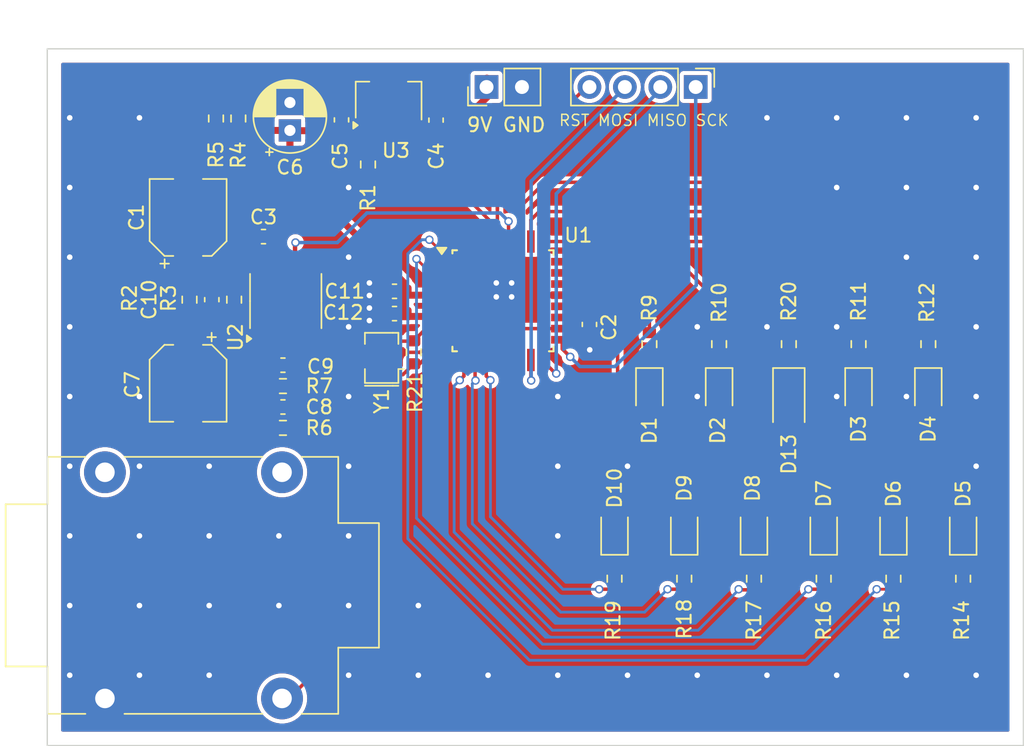
<source format=kicad_pcb>
(kicad_pcb (version 20240108) (generator "pcbnew") (generator_version "8.0")
  (title_block (date "sam. 04 avril 2015"))
  (layers (0 "F.Cu" signal) (31 "B.Cu" signal) (34 "B.Paste" user) (35 "F.Paste" user) (36 "B.SilkS" user "B.Silkscreen") (37 "F.SilkS" user "F.Silkscreen") (38 "B.Mask" user) (39 "F.Mask" user) (44 "Edge.Cuts" user))
  (net 0 "")
  (net 1 "GND")
  (net 2 "Net-(U1-XTAL1{slash}PB6)")
  (net 3 "Net-(U1-XTAL2{slash}PB7)")
  (net 8 "/RST")
  (net 9 "/MOSI")
  (net 10 "Net-(U1-AREF)")
  (net 11 "/SCK")
  (net 12 "/MISO")
  (net 16 "+5V")
  (net 17 "+BATT")
  (net 18 "Net-(C8-Pad1)")
  (net 19 "/ADC_IN")
  (net 20 "+2V5")
  (net 21 "/AUDIO_IN")
  (net 22 "/OPIN+")
  (net 23 "/OPIN-")
  (net 24 "Net-(D1-A)")
  (net 25 "Net-(D2-A)")
  (net 26 "Net-(D3-A)")
  (net 27 "Net-(D4-A)")
  (net 28 "Net-(D5-A)")
  (net 29 "Net-(D6-A)")
  (net 30 "Net-(D7-A)")
  (net 31 "Net-(D8-A)")
  (net 32 "Net-(D9-A)")
  (net 33 "Net-(D10-A)")
  (net 35 "Net-(D13-A)")
  (net 36 "/LED_L2")
  (net 37 "/LED_L1")
  (net 38 "/LED_R1")
  (net 39 "/LED_R2")
  (net 40 "/LED_E")
  (net 41 "/LED_A")
  (net 42 "/LED_D")
  (net 43 "/LED_G")
  (net 44 "/LED_B")
  (net 45 "/LED_Em")
  (net 46 "/LED_Tune")
  (net 48 "Net-(C1-Pad1)")
  (footprint "LED_SMD:LED_0805_2012Metric" (layer "F.Cu") (at 75.678125 49.621875 90)
    (property "Reference" "D6" (at 2.7 0 -90) (layer "F.SilkS"))
    (property "Value" "YELLOW")
    (pad "1" smd roundrect (at -0.9375 0 90) (size 0.975 1.4) (layers "F.Cu" "F.Paste" "F.Mask") (net 29 "Net-(D6-A)"))
    (pad "2" smd roundrect (at 0.9375 0 90) (size 0.975 1.4) (layers "F.Cu" "F.Paste" "F.Mask") (net 1 "GND"))
  )
  (footprint "Resistor_SMD:R_0603_1608Metric" (layer "F.Cu") (at 75.678125 53.021875 90)
    (property "Reference" "R15" (at -3 -0.1 -90) (layer "F.SilkS"))
    (property "Value" "10k_0402")
    (pad "1" smd roundrect (at -0.825 0 90) (size 0.8 0.95) (layers "F.Cu" "F.Paste" "F.Mask") (net 41 "/LED_A"))
    (pad "2" smd roundrect (at 0.825 0 90) (size 0.8 0.95) (layers "F.Cu" "F.Paste" "F.Mask") (net 29 "Net-(D6-A)"))
  )
  (footprint "Resistor_SMD:R_0603_1608Metric" (layer "F.Cu") (at 55.678125 53.021875 90)
    (property "Reference" "R19" (at -3 -0.1 -90) (layer "F.SilkS"))
    (property "Value" "10k_0402")
    (pad "1" smd roundrect (at -0.825 0 90) (size 0.8 0.95) (layers "F.Cu" "F.Paste" "F.Mask") (net 45 "/LED_Em"))
    (pad "2" smd roundrect (at 0.825 0 90) (size 0.8 0.95) (layers "F.Cu" "F.Paste" "F.Mask") (net 33 "Net-(D10-A)"))
  )
  (footprint "LED_SMD:LED_0805_2012Metric" (layer "F.Cu") (at 80.678125 49.621875 90)
    (property "Reference" "D5" (at 2.7 0 -90) (layer "F.SilkS"))
    (property "Value" "YELLOW")
    (pad "1" smd roundrect (at -0.9375 0 90) (size 0.975 1.4) (layers "F.Cu" "F.Paste" "F.Mask") (net 28 "Net-(D5-A)"))
    (pad "2" smd roundrect (at 0.9375 0 90) (size 0.975 1.4) (layers "F.Cu" "F.Paste" "F.Mask") (net 1 "GND"))
  )
  (footprint "Capacitor_SMD:C_0603_1608Metric" (layer "F.Cu") (at 36.1 20.1 90)
    (property "Reference" "C5" (at -2.6 -0.1 -90) (layer "F.SilkS"))
    (property "Value" "100n")
    (pad "1" smd roundrect (at -0.775 0 90) (size 0.9 0.95) (layers "F.Cu" "F.Paste" "F.Mask") (net 16 "+5V"))
    (pad "2" smd roundrect (at 0.775 0 90) (size 0.9 0.95) (layers "F.Cu" "F.Paste" "F.Mask") (net 1 "GND"))
  )
  (footprint "Resistor_SMD:R_0603_1608Metric" (layer "F.Cu") (at 65.678125 53.021875 90)
    (property "Reference" "R17" (at -3 0 -90) (layer "F.SilkS"))
    (property "Value" "10k_0402")
    (pad "1" smd roundrect (at -0.825 0 90) (size 0.8 0.95) (layers "F.Cu" "F.Paste" "F.Mask") (net 43 "/LED_G"))
    (pad "2" smd roundrect (at 0.825 0 90) (size 0.8 0.95) (layers "F.Cu" "F.Paste" "F.Mask") (net 31 "Net-(D8-A)"))
  )
  (footprint "Resistor_SMD:R_0603_1608Metric" (layer "F.Cu") (at 70.678125 53.021875 90)
    (property "Reference" "R16" (at -3 0 -90) (layer "F.SilkS"))
    (property "Value" "10k_0402")
    (pad "1" smd roundrect (at -0.825 0 90) (size 0.8 0.95) (layers "F.Cu" "F.Paste" "F.Mask") (net 42 "/LED_D"))
    (pad "2" smd roundrect (at 0.825 0 90) (size 0.8 0.95) (layers "F.Cu" "F.Paste" "F.Mask") (net 30 "Net-(D7-A)"))
  )
  (footprint "Capacitor_SMD:C_0603_1608Metric" (layer "F.Cu") (at 31.9 40.7)
    (property "Reference" "C8" (at 2.6 0 0) (layer "F.SilkS"))
    (property "Value" "100n")
    (pad "1" smd roundrect (at -0.775 0) (size 0.9 0.95) (layers "F.Cu" "F.Paste" "F.Mask") (net 18 "Net-(C8-Pad1)"))
    (pad "2" smd roundrect (at 0.775 0) (size 0.9 0.95) (layers "F.Cu" "F.Paste" "F.Mask") (net 22 "/OPIN+"))
  )
  (footprint "Resistor_SMD:R_0603_1608Metric" (layer "F.Cu") (at 31.9 42.2 180)
    (property "Reference" "R6" (at -2.6 0 180) (layer "F.SilkS"))
    (property "Value" "10k_0402")
    (pad "1" smd roundrect (at -0.825 0 180) (size 0.8 0.95) (layers "F.Cu" "F.Paste" "F.Mask") (net 21 "/AUDIO_IN"))
    (pad "2" smd roundrect (at 0.825 0 180) (size 0.8 0.95) (layers "F.Cu" "F.Paste" "F.Mask") (net 18 "Net-(C8-Pad1)"))
  )
  (footprint "LED_SMD:LED_1206_3216Metric" (layer "F.Cu") (at 68.178125 40.190625 -90)
    (property "Reference" "D13" (at 3.9 0 90) (layer "F.SilkS"))
    (property "Value" "GREEN")
    (pad "1" smd roundrect (at -1.4 0 270) (size 1.25 1.75) (layers "F.Cu" "F.Paste" "F.Mask") (roundrect_rratio 0.2) (net 35 "Net-(D13-A)"))
    (pad "2" smd roundrect (at 1.4 0 270) (size 1.25 1.75) (layers "F.Cu" "F.Paste" "F.Mask") (roundrect_rratio 0.2) (net 1 "GND"))
  )
  (footprint "LED_SMD:LED_0805_2012Metric" (layer "F.Cu") (at 58.178125 39.590625 -90)
    (property "Reference" "D1" (at 2.8 0 90) (layer "F.SilkS"))
    (property "Value" "RED")
    (pad "1" smd roundrect (at -0.9375 0 270) (size 0.975 1.4) (layers "F.Cu" "F.Paste" "F.Mask") (net 24 "Net-(D1-A)"))
    (pad "2" smd roundrect (at 0.9375 0 270) (size 0.975 1.4) (layers "F.Cu" "F.Paste" "F.Mask") (net 1 "GND"))
  )
  (footprint "Package_TO_SOT_SMD:SOT-89-3" (layer "F.Cu") (at 39.478125 18.715625 90)
    (property "Reference" "U3" (at -3.584375 0.521875 0) (layer "F.SilkS"))
    (property "Value" "L78L05_SOT89")
    (pad "1" smd roundrect (at -1.95 -1.5 90) (size 1.3 0.9) (layers "F.Cu" "F.Paste" "F.Mask") (net 16 "+5V"))
    (pad "2" smd custom (at -1.8625 0 90) (size 1.475 0.9) (layers "F.Cu" "F.Paste" "F.Mask") (net 1 "GND") (options (clearance outline) (anchor rect)) (primitives (gr_poly (pts (xy 3.8625 0.8665) (xy 0.7375 0.8665) (xy 0.7375 -0.8665) (xy 3.8625 -0.8665)) (width 0) (fill yes))))
    (pad "3" smd roundrect (at -1.95 1.5 90) (size 1.3 0.9) (layers "F.Cu" "F.Paste" "F.Mask") (net 17 "+BATT"))
  )
  (footprint "Package_SO:SOP-8_3.9x4.9mm_P1.27mm" (layer "F.Cu") (at 32.1 33.1 90)
    (property "Reference" "U2" (at -2.6 -3.6 -90) (layer "F.SilkS"))
    (property "Value" "TL081")
    (pad "1" smd roundrect (at -2.625 -1.905 90) (size 1.65 0.6) (layers "F.Cu" "F.Paste" "F.Mask"))
    (pad "2" smd roundrect (at -2.625 -0.635 90) (size 1.65 0.6) (layers "F.Cu" "F.Paste" "F.Mask") (net 23 "/OPIN-"))
    (pad "3" smd roundrect (at -2.625 0.635 90) (size 1.65 0.6) (layers "F.Cu" "F.Paste" "F.Mask") (net 22 "/OPIN+"))
    (pad "4" smd roundrect (at -2.625 1.905 90) (size 1.65 0.6) (layers "F.Cu" "F.Paste" "F.Mask") (net 1 "GND"))
    (pad "5" smd roundrect (at 2.625 1.905 90) (size 1.65 0.6) (layers "F.Cu" "F.Paste" "F.Mask"))
    (pad "6" smd roundrect (at 2.625 0.635 90) (size 1.65 0.6) (layers "F.Cu" "F.Paste" "F.Mask") (net 19 "/ADC_IN"))
    (pad "7" smd roundrect (at 2.625 -0.635 90) (size 1.65 0.6) (layers "F.Cu" "F.Paste" "F.Mask") (net 16 "+5V"))
    (pad "8" smd roundrect (at 2.625 -1.905 90) (size 1.65 0.6) (layers "F.Cu" "F.Paste" "F.Mask"))
  )
  (footprint "LED_SMD:LED_0805_2012Metric" (layer "F.Cu") (at 63.178125 39.590625 -90)
    (property "Reference" "D2" (at 2.8 0.1 90) (layer "F.SilkS"))
    (property "Value" "RED")
    (pad "1" smd roundrect (at -0.9375 0 270) (size 0.975 1.4) (layers "F.Cu" "F.Paste" "F.Mask") (net 25 "Net-(D2-A)"))
    (pad "2" smd roundrect (at 0.9375 0 270) (size 0.975 1.4) (layers "F.Cu" "F.Paste" "F.Mask") (net 1 "GND"))
  )
  (footprint "Capacitor_THT:CP_Radial_D5.0mm_P2.00mm" (layer "F.Cu") (at 32.4 20.855113 90)
    (property "Reference" "C6" (at -2.644887 0 180) (layer "F.SilkS"))
    (property "Value" "100u")
    (pad "1" thru_hole rect (at 0 0 90) (size 1.6 1.6) (drill 0.8) (layers "*.Cu" "*.Mask") (net 16 "+5V"))
    (pad "2" thru_hole circle (at 2 0 90) (size 1.6 1.6) (drill 0.8) (layers "*.Cu" "*.Mask") (net 1 "GND"))
  )
  (footprint "Capacitor_SMD:C_0603_1608Metric" (layer "F.Cu") (at 53.878125 34.778125 90)
    (property "Reference" "C2" (at -0.2 1.4 -90) (layer "F.SilkS"))
    (property "Value" "100n")
    (pad "1" smd roundrect (at -0.775 0 90) (size 0.9 0.95) (layers "F.Cu" "F.Paste" "F.Mask") (net 1 "GND"))
    (pad "2" smd roundrect (at 0.775 0 90) (size 0.9 0.95) (layers "F.Cu" "F.Paste" "F.Mask") (net 10 "Net-(U1-AREF)"))
  )
  (footprint "Resistor_SMD:R_0603_1608Metric" (layer "F.Cu") (at 78.178125 36.190625 -90)
    (property "Reference" "R12" (at -2.975 0.1 90) (layer "F.SilkS"))
    (property "Value" "10k_0402")
    (pad "1" smd roundrect (at -0.825 0 270) (size 0.8 0.95) (layers "F.Cu" "F.Paste" "F.Mask") (net 39 "/LED_R2"))
    (pad "2" smd roundrect (at 0.825 0 270) (size 0.8 0.95) (layers "F.Cu" "F.Paste" "F.Mask") (net 27 "Net-(D4-A)"))
  )
  (footprint "Resistor_SMD:R_0603_1608Metric" (layer "F.Cu") (at 73.178125 36.190625 -90)
    (property "Reference" "R11" (at -3.075 0 90) (layer "F.SilkS"))
    (property "Value" "10k_0402")
    (pad "1" smd roundrect (at -0.825 0 270) (size 0.8 0.95) (layers "F.Cu" "F.Paste" "F.Mask") (net 38 "/LED_R1"))
    (pad "2" smd roundrect (at 0.825 0 270) (size 0.8 0.95) (layers "F.Cu" "F.Paste" "F.Mask") (net 26 "Net-(D3-A)"))
  )
  (footprint "Connector_PinHeader_2.54mm:PinHeader_1x04_P2.54mm_Vertical" (layer "F.Cu") (at 61.5 17.74 -90)
    (property "Reference" "J1" (hide yes))
    (property "Value" "PINHD_1x4_Male")
    (pad "1" thru_hole rect (at 0 0 270) (size 1.7 1.7) (drill 1) (layers "*.Cu" "*.Mask") (net 11 "/SCK"))
    (pad "2" thru_hole oval (at 0 2.54 270) (size 1.7 1.7) (drill 1) (layers "*.Cu" "*.Mask") (net 12 "/MISO"))
    (pad "3" thru_hole oval (at 0 5.08 270) (size 1.7 1.7) (drill 1) (layers "*.Cu" "*.Mask") (net 9 "/MOSI"))
    (pad "4" thru_hole oval (at 0 7.62 270) (size 1.7 1.7) (drill 1) (layers "*.Cu" "*.Mask") (net 8 "/RST"))
  )
  (footprint "Capacitor_SMD:C_0603_1608Metric" (layer "F.Cu") (at 39.9 32.4 180)
    (property "Reference" "C11" (at 3.578125 0 180) (layer "F.SilkS"))
    (property "Value" "100n")
    (pad "1" smd roundrect (at -0.775 0 180) (size 0.9 0.95) (layers "F.Cu" "F.Paste" "F.Mask") (net 16 "+5V"))
    (pad "2" smd roundrect (at 0.775 0 180) (size 0.9 0.95) (layers "F.Cu" "F.Paste" "F.Mask") (net 1 "GND"))
  )
  (footprint "Capacitor_SMD:C_0603_1608Metric" (layer "F.Cu") (at 31.9 37.7 180)
    (property "Reference" "C9" (at -2.7 -0.1 180) (layer "F.SilkS"))
    (property "Value" "270p")
    (pad "1" smd roundrect (at -0.775 0 180) (size 0.9 0.95) (layers "F.Cu" "F.Paste" "F.Mask") (net 22 "/OPIN+"))
    (pad "2" smd roundrect (at 0.775 0 180) (size 0.9 0.95) (layers "F.Cu" "F.Paste" "F.Mask") (net 1 "GND"))
  )
  (footprint "Capacitor_SMD:CP_Elec_5x5.3" (layer "F.Cu") (at 25.1 27.1 90)
    (property "Reference" "C1" (at 0 -3.7 90) (layer "F.SilkS"))
    (property "Value" "10u")
    (pad "1" smd roundrect (at -2.2 0 90) (size 3 1.6) (layers "F.Cu" "F.Paste" "F.Mask") (roundrect_rratio 0.15625) (net 48 "Net-(C1-Pad1)"))
    (pad "2" smd roundrect (at 2.2 0 90) (size 3 1.6) (layers "F.Cu" "F.Paste" "F.Mask") (roundrect_rratio 0.15625) (net 1 "GND"))
  )
  (footprint "LED_SMD:LED_0805_2012Metric" (layer "F.Cu") (at 78.178125 39.590625 -90)
    (property "Reference" "D4" (at 2.7 0 90) (layer "F.SilkS"))
    (property "Value" "RED")
    (pad "1" smd roundrect (at -0.9375 0 270) (size 0.975 1.4) (layers "F.Cu" "F.Paste" "F.Mask") (net 27 "Net-(D4-A)"))
    (pad "2" smd roundrect (at 0.9375 0 270) (size 0.975 1.4) (layers "F.Cu" "F.Paste" "F.Mask") (net 1 "GND"))
  )
  (footprint "Resistor_SMD:R_0603_1608Metric" (layer "F.Cu") (at 68.178125 36.190625 -90)
    (property "Reference" "R20" (at -3.075 0 90) (layer "F.SilkS"))
    (property "Value" "10k_0402")
    (pad "1" smd roundrect (at -0.825 0 270) (size 0.8 0.95) (layers "F.Cu" "F.Paste" "F.Mask") (net 46 "/LED_Tune"))
    (pad "2" smd roundrect (at 0.825 0 270) (size 0.8 0.95) (layers "F.Cu" "F.Paste" "F.Mask") (net 35 "Net-(D13-A)"))
  )
  (footprint "Capacitor_SMD:C_0603_1608Metric" (layer "F.Cu") (at 30.505 28.475 180)
    (property "Reference" "C3" (at 0 1.4 180) (layer "F.SilkS"))
    (property "Value" "100n")
    (pad "1" smd roundrect (at -0.775 0 180) (size 0.9 0.95) (layers "F.Cu" "F.Paste" "F.Mask") (net 16 "+5V"))
    (pad "2" smd roundrect (at 0.775 0 180) (size 0.9 0.95) (layers "F.Cu" "F.Paste" "F.Mask") (net 1 "GND"))
  )
  (footprint "Capacitor_SMD:CP_Elec_5x5.3" (layer "F.Cu") (at 25.1 39 -90)
    (property "Reference" "C7" (at 0.1 4 90) (layer "F.SilkS"))
    (property "Value" "47u")
    (pad "1" smd roundrect (at -2.2 0 270) (size 3 1.6) (layers "F.Cu" "F.Paste" "F.Mask") (roundrect_rratio 0.15625) (net 20 "+2V5"))
    (pad "2" smd roundrect (at 2.2 0 270) (size 3 1.6) (layers "F.Cu" "F.Paste" "F.Mask") (roundrect_rratio 0.15625) (net 1 "GND"))
  )
  (footprint "Resistor_SMD:R_0603_1608Metric" (layer "F.Cu") (at 28.4 33 90)
    (property "Reference" "R3" (at 0.1 -4.7 -90) (layer "F.SilkS"))
    (property "Value" "10k_0402")
    (pad "1" smd roundrect (at -0.825 0 90) (size 0.8 0.95) (layers "F.Cu" "F.Paste" "F.Mask") (net 23 "/OPIN-"))
    (pad "2" smd roundrect (at 0.825 0 90) (size 0.8 0.95) (layers "F.Cu" "F.Paste" "F.Mask") (net 19 "/ADC_IN"))
  )
  (footprint "LED_SMD:LED_0805_2012Metric" (layer "F.Cu") (at 55.678125 49.621875 90)
    (property "Reference" "D10" (at 3.1 0 -90) (layer "F.SilkS"))
    (property "Value" "YELLOW")
    (pad "1" smd roundrect (at -0.9375 0 90) (size 0.975 1.4) (layers "F.Cu" "F.Paste" "F.Mask") (net 33 "Net-(D10-A)"))
    (pad "2" smd roundrect (at 0.9375 0 90) (size 0.975 1.4) (layers "F.Cu" "F.Paste" "F.Mask") (net 1 "GND"))
  )
  (footprint "Resistor_SMD:R_0603_1608Metric" (layer "F.Cu") (at 38 23.3 -90)
    (property "Reference" "R1" (at 2.4 0 90) (layer "F.SilkS"))
    (property "Value" "10k_0402")
    (pad "1" smd roundrect (at -0.825 0 270) (size 0.8 0.95) (layers "F.Cu" "F.Paste" "F.Mask") (net 16 "+5V"))
    (pad "2" smd roundrect (at 0.825 0 270) (size 0.8 0.95) (layers "F.Cu" "F.Paste" "F.Mask") (net 8 "/RST"))
  )
  (footprint "LED_SMD:LED_0805_2012Metric" (layer "F.Cu") (at 70.678125 49.621875 90)
    (property "Reference" "D7" (at 2.7 0 -90) (layer "F.SilkS"))
    (property "Value" "YELLOW")
    (pad "1" smd roundrect (at -0.9375 0 90) (size 0.975 1.4) (layers "F.Cu" "F.Paste" "F.Mask") (net 30 "Net-(D7-A)"))
    (pad "2" smd roundrect (at 0.9375 0 90) (size 0.975 1.4) (layers "F.Cu" "F.Paste" "F.Mask") (net 1 "GND"))
  )
  (footprint "LED_SMD:LED_0805_2012Metric" (layer "F.Cu") (at 60.678125 49.621875 90)
    (property "Reference" "D9" (at 3.1 0 -90) (layer "F.SilkS"))
    (property "Value" "YELLOW")
    (pad "1" smd roundrect (at -0.9375 0 90) (size 0.975 1.4) (layers "F.Cu" "F.Paste" "F.Mask") (net 32 "Net-(D9-A)"))
    (pad "2" smd roundrect (at 0.9375 0 90) (size 0.975 1.4) (layers "F.Cu" "F.Paste" "F.Mask") (net 1 "GND"))
  )
  (footprint "LED_SMD:LED_0805_2012Metric" (layer "F.Cu") (at 73.178125 39.590625 -90)
    (property "Reference" "D3" (at 2.7 0 90) (layer "F.SilkS"))
    (property "Value" "RED")
    (pad "1" smd roundrect (at -0.9375 0 270) (size 0.975 1.4) (layers "F.Cu" "F.Paste" "F.Mask") (net 26 "Net-(D3-A)"))
    (pad "2" smd roundrect (at 0.9375 0 270) (size 0.975 1.4) (layers "F.Cu" "F.Paste" "F.Mask") (net 1 "GND"))
  )
  (footprint "Resistor_SMD:R_0603_1608Metric" (layer "F.Cu") (at 31.9 39.2 180)
    (property "Reference" "R7" (at -2.6 0 180) (layer "F.SilkS"))
    (property "Value" "10k_0402")
    (pad "1" smd roundrect (at -0.825 0 180) (size 0.8 0.95) (layers "F.Cu" "F.Paste" "F.Mask") (net 22 "/OPIN+"))
    (pad "2" smd roundrect (at 0.825 0 180) (size 0.8 0.95) (layers "F.Cu" "F.Paste" "F.Mask") (net 20 "+2V5"))
  )
  (footprint "Resistor_SMD:R_0603_1608Metric" (layer "F.Cu") (at 58.178125 36.190625 -90)
    (property "Reference" "R9" (at -2.6 0 90) (layer "F.SilkS"))
    (property "Value" "10k_0402")
    (pad "1" smd roundrect (at -0.825 0 270) (size 0.8 0.95) (layers "F.Cu" "F.Paste" "F.Mask") (net 36 "/LED_L2"))
    (pad "2" smd roundrect (at 0.825 0 270) (size 0.8 0.95) (layers "F.Cu" "F.Paste" "F.Mask") (net 24 "Net-(D1-A)"))
  )
  (footprint "Capacitor_SMD:C_0603_1608Metric" (layer "F.Cu") (at 39.9 34 180)
    (property "Reference" "C12" (at 3.678125 0.078125 180) (layer "F.SilkS"))
    (property "Value" "100n")
    (pad "1" smd roundrect (at -0.775 0 180) (size 0.9 0.95) (layers "F.Cu" "F.Paste" "F.Mask") (net 16 "+5V"))
    (pad "2" smd roundrect (at 0.775 0 180) (size 0.9 0.95) (layers "F.Cu" "F.Paste" "F.Mask") (net 1 "GND"))
  )
  (footprint "Capacitor_SMD:C_0603_1608Metric" (layer "F.Cu") (at 42.878125 20.115625 90)
    (property "Reference" "C4" (at -2.584375 0.021875 -90) (layer "F.SilkS"))
    (property "Value" "330n")
    (pad "1" smd roundrect (at -0.775 0 90) (size 0.9 0.95) (layers "F.Cu" "F.Paste" "F.Mask") (net 17 "+BATT"))
    (pad "2" smd roundrect (at 0.775 0 90) (size 0.9 0.95) (layers "F.Cu" "F.Paste" "F.Mask") (net 1 "GND"))
  )
  (footprint "Resistor_SMD:R_0603_1608Metric" (layer "F.Cu") (at 28.7 20 90)
    (property "Reference" "R4" (at -2.625 0 -90) (layer "F.SilkS"))
    (property "Value" "10k_0402")
    (pad "1" smd roundrect (at -0.825 0 90) (size 0.8 0.95) (layers "F.Cu" "F.Paste" "F.Mask") (net 16 "+5V"))
    (pad "2" smd roundrect (at 0.825 0 90) (size 0.8 0.95) (layers "F.Cu" "F.Paste" "F.Mask") (net 20 "+2V5"))
  )
  (footprint "Resistor_SMD:R_0603_1608Metric" (layer "F.Cu") (at 27.1 20 90)
    (property "Reference" "R5" (at -2.6 0 -90) (layer "F.SilkS"))
    (property "Value" "10k_0402")
    (pad "1" smd roundrect (at -0.825 0 90) (size 0.8 0.95) (layers "F.Cu" "F.Paste" "F.Mask") (net 1 "GND"))
    (pad "2" smd roundrect (at 0.825 0 90) (size 0.8 0.95) (layers "F.Cu" "F.Paste" "F.Mask") (net 20 "+2V5"))
  )
  (footprint "Resistor_SMD:R_0603_1608Metric" (layer "F.Cu") (at 63.178125 36.190625 -90)
    (property "Reference" "R10" (at -2.975 0 90) (layer "F.SilkS"))
    (property "Value" "10k_0402")
    (pad "1" smd roundrect (at -0.825 0 270) (size 0.8 0.95) (layers "F.Cu" "F.Paste" "F.Mask") (net 37 "/LED_L1"))
    (pad "2" smd roundrect (at 0.825 0 270) (size 0.8 0.95) (layers "F.Cu" "F.Paste" "F.Mask") (net 25 "Net-(D2-A)"))
  )
  (footprint "Capacitor_SMD:C_0603_1608Metric" (layer "F.Cu") (at 26.8 33 90)
    (property "Reference" "C10" (at 0 -4.5 -90) (layer "F.SilkS"))
    (property "Value" "270p")
    (pad "1" smd roundrect (at -0.775 0 90) (size 0.9 0.95) (layers "F.Cu" "F.Paste" "F.Mask") (net 23 "/OPIN-"))
    (pad "2" smd roundrect (at 0.775 0 90) (size 0.9 0.95) (layers "F.Cu" "F.Paste" "F.Mask") (net 19 "/ADC_IN"))
  )
  (footprint "Resistor_SMD:R_0603_1608Metric" (layer "F.Cu") (at 60.678125 53.021875 90)
    (property "Reference" "R18" (at -2.9 0 -90) (layer "F.SilkS"))
    (property "Value" "10k_0402")
    (pad "1" smd roundrect (at -0.825 0 90) (size 0.8 0.95) (layers "F.Cu" "F.Paste" "F.Mask") (net 44 "/LED_B"))
    (pad "2" smd roundrect (at 0.825 0 90) (size 0.8 0.95) (layers "F.Cu" "F.Paste" "F.Mask") (net 32 "Net-(D9-A)"))
  )
  (footprint "Connector_Audio:Jack_6.35mm_Neutrik_NMJ4HCD2_Horizontal" (layer "F.Cu") (at 31.835 61.615 180)
    (property "Reference" "J2" (hide yes))
    (property "Value" "AudioJack2")
    (pad "S" thru_hole circle (at 12.7 0 180) (size 3 3) (drill 1.4) (layers "*.Cu" "*.Mask") (net 1 "GND"))
    (pad "SN" thru_hole circle (at 12.7 16.23 180) (size 3 3) (drill 1.4) (layers "*.Cu" "*.Mask"))
    (pad "T" thru_hole circle (at 0 0 180) (size 3 3) (drill 1.4) (layers "*.Cu" "*.Mask") (net 21 "/AUDIO_IN"))
    (pad "TN" thru_hole circle (at 0 16.23 180) (size 3 3) (drill 1.4) (layers "*.Cu" "*.Mask"))
  )
  (footprint "LED_SMD:LED_0805_2012Metric" (layer "F.Cu") (at 65.678125 49.621875 90)
    (property "Reference" "D8" (at 3.1 -0.1 -90) (layer "F.SilkS"))
    (property "Value" "YELLOW")
    (pad "1" smd roundrect (at -0.9375 0 90) (size 0.975 1.4) (layers "F.Cu" "F.Paste" "F.Mask") (net 31 "Net-(D8-A)"))
    (pad "2" smd roundrect (at 0.9375 0 90) (size 0.975 1.4) (layers "F.Cu" "F.Paste" "F.Mask") (net 1 "GND"))
  )
  (footprint "Resistor_SMD:R_0603_1608Metric" (layer "F.Cu") (at 25.2 33 90)
    (property "Reference" "R2" (at 0.1 -4.3 -90) (layer "F.SilkS"))
    (property "Value" "10k_0402")
    (pad "1" smd roundrect (at -0.825 0 90) (size 0.8 0.95) (layers "F.Cu" "F.Paste" "F.Mask") (net 23 "/OPIN-"))
    (pad "2" smd roundrect (at 0.825 0 90) (size 0.8 0.95) (layers "F.Cu" "F.Paste" "F.Mask") (net 48 "Net-(C1-Pad1)"))
  )
  (footprint "Package_QFP:TQFP-32_7x7mm_P0.8mm" (layer "F.Cu") (at 47.678125 33.078125)
    (property "Reference" "U1" (at 5.4 -4.7 0) (layer "F.SilkS"))
    (property "Value" "ATmega328-A")
    (pad "1" smd rect (at -4.25 -2.8) (size 1.6 0.55) (layers "F.Cu" "F.Paste" "F.Mask") (net 41 "/LED_A"))
    (pad "2" smd rect (at -4.25 -2) (size 1.6 0.55) (layers "F.Cu" "F.Paste" "F.Mask") (net 42 "/LED_D"))
    (pad "3" smd rect (at -4.25 -1.2) (size 1.6 0.55) (layers "F.Cu" "F.Paste" "F.Mask") (net 1 "GND"))
    (pad "4" smd rect (at -4.25 -0.4) (size 1.6 0.55) (layers "F.Cu" "F.Paste" "F.Mask") (net 16 "+5V"))
    (pad "5" smd rect (at -4.25 0.4) (size 1.6 0.55) (layers "F.Cu" "F.Paste" "F.Mask") (net 1 "GND"))
    (pad "6" smd rect (at -4.25 1.2) (size 1.6 0.55) (layers "F.Cu" "F.Paste" "F.Mask") (net 16 "+5V"))
    (pad "7" smd rect (at -4.25 2) (size 1.6 0.55) (layers "F.Cu" "F.Paste" "F.Mask") (net 2 "Net-(U1-XTAL1{slash}PB6)"))
    (pad "8" smd rect (at -4.25 2.8) (size 1.6 0.55) (layers "F.Cu" "F.Paste" "F.Mask") (net 3 "Net-(U1-XTAL2{slash}PB7)"))
    (pad "9" smd rect (at -2.8 4.25 90) (size 1.6 0.55) (layers "F.Cu" "F.Paste" "F.Mask") (net 43 "/LED_G"))
    (pad "10" smd rect (at -2 4.25 90) (size 1.6 0.55) (layers "F.Cu" "F.Paste" "F.Mask") (net 44 "/LED_B"))
    (pad "11" smd rect (at -1.2 4.25 90) (size 1.6 0.55) (layers "F.Cu" "F.Paste" "F.Mask") (net 45 "/LED_Em"))
    (pad "12" smd rect (at -0.4 4.25 90) (size 1.6 0.55) (layers "F.Cu" "F.Paste" "F.Mask"))
    (pad "13" smd rect (at 0.4 4.25 90) (size 1.6 0.55) (layers "F.Cu" "F.Paste" "F.Mask"))
    (pad "14" smd rect (at 1.2 4.25 90) (size 1.6 0.55) (layers "F.Cu" "F.Paste" "F.Mask"))
    (pad "15" smd rect (at 2 4.25 90) (size 1.6 0.55) (layers "F.Cu" "F.Paste" "F.Mask") (net 9 "/MOSI"))
    (pad "16" smd rect (at 2.8 4.25 90) (size 1.6 0.55) (layers "F.Cu" "F.Paste" "F.Mask") (net 12 "/MISO"))
    (pad "17" smd rect (at 4.25 2.8) (size 1.6 0.55) (layers "F.Cu" "F.Paste" "F.Mask") (net 11 "/SCK"))
    (pad "18" smd rect (at 4.25 2) (size 1.6 0.55) (layers "F.Cu" "F.Paste" "F.Mask") (net 16 "+5V"))
    (pad "19" smd rect (at 4.25 1.2) (size 1.6 0.55) (layers "F.Cu" "F.Paste" "F.Mask"))
    (pad "20" smd rect (at 4.25 0.4) (size 1.6 0.55) (layers "F.Cu" "F.Paste" "F.Mask") (net 10 "Net-(U1-AREF)"))
    (pad "21" smd rect (at 4.25 -0.4) (size 1.6 0.55) (layers "F.Cu" "F.Paste" "F.Mask") (net 1 "GND"))
    (pad "22" smd rect (at 4.25 -1.2) (size 1.6 0.55) (layers "F.Cu" "F.Paste" "F.Mask") (net 40 "/LED_E"))
    (pad "23" smd rect (at 4.25 -2) (size 1.6 0.55) (layers "F.Cu" "F.Paste" "F.Mask") (net 36 "/LED_L2"))
    (pad "24" smd rect (at 4.25 -2.8) (size 1.6 0.55) (layers "F.Cu" "F.Paste" "F.Mask") (net 37 "/LED_L1"))
    (pad "25" smd rect (at 2.8 -4.25 90) (size 1.6 0.55) (layers "F.Cu" "F.Paste" "F.Mask") (net 46 "/LED_Tune"))
    (pad "26" smd rect (at 2 -4.25 90) (size 1.6 0.55) (layers "F.Cu" "F.Paste" "F.Mask") (net 38 "/LED_R1"))
    (pad "27" smd rect (at 1.2 -4.25 90) (size 1.6 0.55) (layers "F.Cu" "F.Paste" "F.Mask") (net 39 "/LED_R2"))
    (pad "28" smd rect (at 0.4 -4.25 90) (size 1.6 0.55) (layers "F.Cu" "F.Paste" "F.Mask") (net 19 "/ADC_IN"))
    (pad "29" smd rect (at -0.4 -4.25 90) (size 1.6 0.55) (layers "F.Cu" "F.Paste" "F.Mask") (net 8 "/RST"))
    (pad "30" smd rect (at -1.2 -4.25 90) (size 1.6 0.55) (layers "F.Cu" "F.Paste" "F.Mask"))
    (pad "31" smd rect (at -2 -4.25 90) (size 1.6 0.55) (layers "F.Cu" "F.Paste" "F.Mask"))
    (pad "32" smd rect (at -2.8 -4.25 90) (size 1.6 0.55) (layers "F.Cu" "F.Paste" "F.Mask"))
  )
  (footprint "Resistor_SMD:R_0603_1608Metric" (layer "F.Cu") (at 41.278125 36.778125 -90)
    (property "Reference" "R21" (at 2.9 -0.1 90) (layer "F.SilkS"))
    (property "Value" "10k_0402")
    (pad "1" smd roundrect (at -0.825 0 270) (size 0.8 0.95) (layers "F.Cu" "F.Paste" "F.Mask") (net 2 "Net-(U1-XTAL1{slash}PB6)"))
    (pad "2" smd roundrect (at 0.825 0 270) (size 0.8 0.95) (layers "F.Cu" "F.Paste" "F.Mask") (net 3 "Net-(U1-XTAL2{slash}PB7)"))
  )
  (footprint "Connector_PinHeader_2.54mm:PinHeader_1x02_P2.54mm_Vertical" (layer "F.Cu") (at 46.5 17.74 90)
    (property "Reference" "J3" (hide yes))
    (property "Value" "PINHD_1x2_Male")
    (pad "1" thru_hole rect (at 0 0 90) (size 1.7 1.7) (drill 1) (layers "*.Cu" "*.Mask") (net 17 "+BATT"))
    (pad "2" thru_hole oval (at 0 2.54 90) (size 1.7 1.7) (drill 1) (layers "*.Cu" "*.Mask") (net 1 "GND"))
  )
  (footprint "Resistor_SMD:R_0603_1608Metric" (layer "F.Cu") (at 80.678125 53.021875 90)
    (property "Reference" "R14" (at -3 -0.1 -90) (layer "F.SilkS"))
    (property "Value" "10k_0402")
    (pad "1" smd roundrect (at -0.825 0 90) (size 0.8 0.95) (layers "F.Cu" "F.Paste" "F.Mask") (net 40 "/LED_E"))
    (pad "2" smd roundrect (at 0.825 0 90) (size 0.8 0.95) (layers "F.Cu" "F.Paste" "F.Mask") (net 28 "Net-(D5-A)"))
  )
  (footprint "Crystal:Resonator_SMD_Murata_CSTxExxV-3Pin_3.0x1.1mm" (layer "F.Cu") (at 38.978125 37.178125 90)
    (property "Reference" "Y1" (at -3.1 0 -90) (layer "F.SilkS"))
    (property "Value" "Resonator")
    (pad "1" smd rect (at -1.2 0 90) (size 0.4 1.9) (layers "F.Cu" "F.Paste" "F.Mask") (net 3 "Net-(U1-XTAL2{slash}PB7)"))
    (pad "2" smd rect (at 0 0 90) (size 0.4 1.9) (layers "F.Cu" "F.Paste" "F.Mask") (net 1 "GND"))
    (pad "3" smd rect (at 1.2 0 90) (size 0.4 1.9) (layers "F.Cu" "F.Paste" "F.Mask") (net 2 "Net-(U1-XTAL1{slash}PB6)"))
  )
  (gr_rect (start 15 15) (end 85 65) (stroke (width 0.1)) (fill none) (layer "Edge.Cuts"))
  (gr_text "RST MOSI MISO SCK" (at 51.64 20.6 0) (layer "F.SilkS") (effects (font (size 0.8 0.8) (thickness 0.1)) (justify left bottom)))
  (gr_text "9V GND" (at 45 21.04 0) (layer "F.SilkS") (effects (font (size 1 1)) (justify left bottom)))
  (via (at 16.61 39.95) (size 0.6) (drill 0.4) (layers "F.Cu" "B.Cu") (net 1))
  (via (at 21.61 54.95) (size 0.6) (drill 0.4) (layers "F.Cu" "B.Cu") (net 1))
  (via (at 51.61 39.95) (size 0.6) (drill 0.4) (layers "F.Cu" "B.Cu") (net 1))
  (via (at 56.61 59.95) (size 0.6) (drill 0.4) (layers "F.Cu" "B.Cu") (net 1))
  (via (at 71.61 24.95) (size 0.6) (drill 0.4) (layers "F.Cu" "B.Cu") (net 1))
  (via (at 38.1 31.8) (size 0.6) (drill 0.4) (layers "F.Cu" "B.Cu") (net 1))
  (via (at 26.61 59.95) (size 0.6) (drill 0.4) (layers "F.Cu" "B.Cu") (net 1))
  (via (at 51.61 44.95) (size 0.6) (drill 0.4) (layers "F.Cu" "B.Cu") (net 1))
  (via (at 21.61 59.95) (size 0.6) (drill 0.4) (layers "F.Cu" "B.Cu") (net 1))
  (via (at 51.61 59.95) (size 0.6) (drill 0.4) (layers "F.Cu" "B.Cu") (net 1))
  (via (at 16.61 34.95) (size 0.6) (drill 0.4) (layers "F.Cu" "B.Cu") (net 1))
  (via (at 16.61 49.95) (size 0.6) (drill 0.4) (layers "F.Cu" "B.Cu") (net 1))
  (via (at 81.61 39.95) (size 0.6) (drill 0.4) (layers "F.Cu" "B.Cu") (net 1))
  (via (at 76.61 59.95) (size 0.6) (drill 0.4) (layers "F.Cu" "B.Cu") (net 1))
  (via (at 16.61 29.95) (size 0.6) (drill 0.4) (layers "F.Cu" "B.Cu") (net 1))
  (via (at 36.61 34.95) (size 0.6) (drill 0.4) (layers "F.Cu" "B.Cu") (net 1))
  (via (at 41.61 54.95) (size 0.6) (drill 0.4) (layers "F.Cu" "B.Cu") (net 1))
  (via (at 61.61 34.95) (size 0.6) (drill 0.4) (layers "F.Cu" "B.Cu") (net 1))
  (via (at 31.61 49.95) (size 0.6) (drill 0.4) (layers "F.Cu" "B.Cu") (net 1))
  (via (at 81.61 34.95) (size 0.6) (drill 0.4) (layers "F.Cu" "B.Cu") (net 1))
  (via (at 36.61 49.95) (size 0.6) (drill 0.4) (layers "F.Cu" "B.Cu") (net 1))
  (via (at 36.61 59.95) (size 0.6) (drill 0.4) (layers "F.Cu" "B.Cu") (net 1))
  (via (at 66.61 19.95) (size 0.6) (drill 0.4) (layers "F.Cu" "B.Cu") (net 1))
  (via (at 71.61 39.95) (size 0.6) (drill 0.4) (layers "F.Cu" "B.Cu") (net 1))
  (via (at 21.61 19.95) (size 0.6) (drill 0.4) (layers "F.Cu" "B.Cu") (net 1))
  (via (at 16.61 54.95) (size 0.6) (drill 0.4) (layers "F.Cu" "B.Cu") (net 1))
  (via (at 16.61 19.95) (size 0.6) (drill 0.4) (layers "F.Cu" "B.Cu") (net 1))
  (via (at 76.61 24.95) (size 0.6) (drill 0.4) (layers "F.Cu" "B.Cu") (net 1))
  (via (at 21.61 49.95) (size 0.6) (drill 0.4) (layers "F.Cu" "B.Cu") (net 1))
  (via (at 21.61 39.95) (size 0.6) (drill 0.4) (layers "F.Cu" "B.Cu") (net 1))
  (via (at 56.61 44.95) (size 0.6) (drill 0.4) (layers "F.Cu" "B.Cu") (net 1))
  (via (at 36.61 39.95) (size 0.6) (drill 0.4) (layers "F.Cu" "B.Cu") (net 1))
  (via (at 71.61 19.95) (size 0.6) (drill 0.4) (layers "F.Cu" "B.Cu") (net 1))
  (via (at 26.61 49.95) (size 0.6) (drill 0.4) (layers "F.Cu" "B.Cu") (net 1))
  (via (at 81.61 59.95) (size 0.6) (drill 0.4) (layers "F.Cu" "B.Cu") (net 1))
  (via (at 38.1 33.6) (size 0.6) (drill 0.4) (layers "F.Cu" "B.Cu") (net 1))
  (via (at 71.61 34.95) (size 0.6) (drill 0.4) (layers "F.Cu" "B.Cu") (net 1))
  (via (at 76.61 39.95) (size 0.6) (drill 0.4) (layers "F.Cu" "B.Cu") (net 1))
  (via (at 61.61 39.95) (size 0.6) (drill 0.4) (layers "F.Cu" "B.Cu") (net 1))
  (via (at 36.61 54.95) (size 0.6) (drill 0.4) (layers "F.Cu" "B.Cu") (net 1))
  (via (at 38.1 34.5) (size 0.6) (drill 0.4) (layers "F.Cu" "B.Cu") (net 1))
  (via (at 66.61 34.95) (size 0.6) (drill 0.4) (layers "F.Cu" "B.Cu") (net 1))
  (via (at 81.61 24.95) (size 0.6) (drill 0.4) (layers "F.Cu" "B.Cu") (net 1))
  (via (at 26.61 54.95) (size 0.6) (drill 0.4) (layers "F.Cu" "B.Cu") (net 1))
  (via (at 66.61 59.95) (size 0.6) (drill 0.4) (layers "F.Cu" "B.Cu") (net 1))
  (via (at 36.61 29.95) (size 0.6) (drill 0.4) (layers "F.Cu" "B.Cu") (net 1))
  (via (at 61.61 59.95) (size 0.6) (drill 0.4) (layers "F.Cu" "B.Cu") (net 1))
  (via (at 41.61 59.95) (size 0.6) (drill 0.4) (layers "F.Cu" "B.Cu") (net 1))
  (via (at 36.61 24.95) (size 0.6) (drill 0.4) (layers "F.Cu" "B.Cu") (net 1))
  (via (at 81.61 19.95) (size 0.6) (drill 0.4) (layers "F.Cu" "B.Cu") (net 1))
  (via (at 16.61 44.95) (size 0.6) (drill 0.4) (layers "F.Cu" "B.Cu") (net 1))
  (via (at 31.61 54.95) (size 0.6) (drill 0.4) (layers "F.Cu" "B.Cu") (net 1))
  (via (at 81.61 29.95) (size 0.6) (drill 0.4) (layers "F.Cu" "B.Cu") (net 1))
  (via (at 36.61 44.95) (size 0.6) (drill 0.4) (layers "F.Cu" "B.Cu") (net 1))
  (via (at 51.61 49.95) (size 0.6) (drill 0.4) (layers "F.Cu" "B.Cu") (net 1))
  (via (at 46.61 59.95) (size 0.6) (drill 0.4) (layers "F.Cu" "B.Cu") (net 1))
  (via (at 16.61 59.95) (size 0.6) (drill 0.4) (layers "F.Cu" "B.Cu") (net 1))
  (via (at 47.2 31.8) (size 0.6) (drill 0.4) (layers "F.Cu" "B.Cu") (net 1))
  (via (at 26.61 44.95) (size 0.6) (drill 0.4) (layers "F.Cu" "B.Cu") (net 1))
  (via (at 71.61 59.95) (size 0.6) (drill 0.4) (layers "F.Cu" "B.Cu") (net 1))
  (via (at 38.1 32.7) (size 0.6) (drill 0.4) (layers "F.Cu" "B.Cu") (net 1))
  (via (at 76.61 19.95) (size 0.6) (drill 0.4) (layers "F.Cu" "B.Cu") (net 1))
  (via (at 76.61 29.95) (size 0.6) (drill 0.4) (layers "F.Cu" "B.Cu") (net 1))
  (via (at 21.61 44.95) (size 0.6) (drill 0.4) (layers "F.Cu" "B.Cu") (net 1))
  (via (at 48.3 31.8) (size 0.6) (drill 0.4) (layers "F.Cu" "B.Cu") (net 1))
  (via (at 48.3 32.8) (size 0.6) (drill 0.4) (layers "F.Cu" "B.Cu") (net 1))
  (via (at 81.61 44.95) (size 0.6) (drill 0.4) (layers "F.Cu" "B.Cu") (net 1))
  (via (at 16.61 24.95) (size 0.6) (drill 0.4) (layers "F.Cu" "B.Cu") (net 1))
  (via (at 53.9 36.6) (size 0.6) (drill 0.4) (layers "F.Cu" "B.Cu") (net 1))
  (via (at 47.2 32.8) (size 0.6) (drill 0.4) (layers "F.Cu" "B.Cu") (net 1))
  (segment (start 41.253125 35.978125) (end 41.278125 35.953125) (width 0.25) (layer "F.Cu") (net 2))
  (segment (start 42.153125 35.078125) (end 41.278125 35.953125) (width 0.25) (layer "F.Cu") (net 2))
  (segment (start 39.378125 35.978125) (end 41.253125 35.978125) (width 0.25) (layer "F.Cu") (net 2))
  (segment (start 43.428125 35.078125) (end 42.153125 35.078125) (width 0.25) (layer "F.Cu") (net 2))
  (segment (start 41.278125 37.603125) (end 41.703125 37.603125) (width 0.25) (layer "F.Cu") (net 3))
  (segment (start 41.703125 37.603125) (end 43.428125 35.878125) (width 0.25) (layer "F.Cu") (net 3))
  (segment (start 39.378125 38.378125) (end 40.503125 38.378125) (width 0.25) (layer "F.Cu") (net 3))
  (segment (start 40.503125 38.378125) (end 41.278125 37.603125) (width 0.25) (layer "F.Cu") (net 3))
  (segment (start 47.278125 26.421875) (end 47.278125 27.878125) (width 0.25) (layer "F.Cu") (net 8))
  (segment (start 47.278125 24.121875) (end 47.278125 26.5) (width 0.25) (layer "F.Cu") (net 8))
  (segment (start 47.278125 27.878125) (end 47.05 27.65) (width 0.25) (layer "F.Cu") (net 8))
  (segment (start 47.278125 28.828125) (end 47.278125 27.878125) (width 0.25) (layer "F.Cu") (net 8))
  (segment (start 53.92 17.48) (end 47.278125 24.121875) (width 0.25) (layer "F.Cu") (net 8))
  (segment (start 43.525 24.125) (end 37.9 24.125) (width 0.25) (layer "F.Cu") (net 8))
  (segment (start 47.05 27.65) (end 43.525 24.125) (width 0.25) (layer "F.Cu") (net 8))
  (segment (start 49.678125 38.778125) (end 49.7 38.8) (width 0.25) (layer "F.Cu") (net 9))
  (segment (start 49.678125 37.328125) (end 49.678125 38.778125) (width 0.25) (layer "F.Cu") (net 9))
  (via (at 49.7 38.8) (size 0.6) (drill 0.4) (layers "F.Cu" "B.Cu") (net 9))
  (segment (start 56.46 17.06) (end 56.46 17.74) (width 0.25) (layer "B.Cu") (net 9))
  (segment (start 49.7 24.5) (end 49.7 38.8) (width 0.25) (layer "B.Cu") (net 9))
  (segment (start 56.46 17.74) (end 49.7 24.5) (width 0.25) (layer "B.Cu") (net 9))
  (segment (start 53.878125 33.903125) (end 53.453125 33.478125) (width 0.25) (layer "F.Cu") (net 10))
  (segment (start 53.453125 33.478125) (end 51.928125 33.478125) (width 0.25) (layer "F.Cu") (net 10))
  (segment (start 52.5 37.1) (end 51.95 36.55) (width 0.25) (layer "F.Cu") (net 11))
  (segment (start 51.95 36.55) (end 51.95 35.9) (width 0.25) (layer "F.Cu") (net 11))
  (segment (start 52.5 37.1) (end 51.928125 36.528125) (width 0.25) (layer "F.Cu") (net 11))
  (segment (start 51.928125 36.528125) (end 51.928125 35.878125) (width 0.25) (layer "F.Cu") (net 11))
  (via (at 52.5 37.1) (size 0.6) (drill 0.4) (layers "F.Cu" "B.Cu") (net 11))
  (segment (start 61.54 28.66) (end 61.5 28.62) (width 0.25) (layer "B.Cu") (net 11))
  (segment (start 61.5 28.62) (end 61.5 17.74) (width 0.25) (layer "B.Cu") (net 11))
  (segment (start 61.54 31.96) (end 61.54 28.5) (width 0.25) (layer "B.Cu") (net 11))
  (segment (start 55.7 37.8) (end 61.54 31.96) (width 0.25) (layer "B.Cu") (net 11))
  (segment (start 53.2 37.8) (end 55.7 37.8) (width 0.25) (layer "B.Cu") (net 11))
  (segment (start 52.5 37.1) (end 53.2 37.8) (width 0.25) (layer "B.Cu") (net 11))
  (segment (start 51.45 38.3) (end 50.478125 37.328125) (width 0.25) (layer "F.Cu") (net 12))
  (segment (start 51.5 38.3) (end 51.45 38.3) (width 0.25) (layer "F.Cu") (net 12))
  (via (at 51.5 38.3) (size 0.6) (drill 0.4) (layers "F.Cu" "B.Cu") (net 12))
  (segment (start 51.5 25.4) (end 51.5 38.3) (width 0.25) (layer "B.Cu") (net 12))
  (segment (start 59 17.4) (end 59 17.9) (width 0.25) (layer "B.Cu") (net 12))
  (segment (start 59 17.9) (end 51.5 25.4) (width 0.25) (layer "B.Cu") (net 12))
  (segment (start 32.4 23.6) (end 40.653125 31.853125) (width 0.5) (layer "F.Cu") (net 16))
  (segment (start 31.465 28.76) (end 31.18 28.475) (width 0.25) (layer "F.Cu") (net 16))
  (segment (start 40.753125 33.978125) (end 40.978125 34.203125) (width 0.5) (layer "F.Cu") (net 16))
  (segment (start 32.419887 20.875) (end 32.4 20.855113) (width 0.5) (layer "F.Cu") (net 16))
  (segment (start 32.4 20.855113) (end 32.4 25.8) (width 0.5) (layer "F.Cu") (net 16))
  (segment (start 40.653125 32.378125) (end 40.653125 33.878125) (width 0.5) (layer "F.Cu") (net 16))
  (segment (start 40.653125 33.878125) (end 40.753125 33.978125) (width 0.25) (layer "F.Cu") (net 16))
  (segment (start 32.4 20.855113) (end 28.730113 20.855113) (width 0.5) (layer "F.Cu") (net 16))
  (segment (start 40.653125 31.853125) (end 40.653125 32.378125) (width 0.5) (layer "F.Cu") (net 16))
  (segment (start 32.4 20.855113) (end 32.4 23.6) (width 0.5) (layer "F.Cu") (net 16))
  (segment (start 38 22.475) (end 38 20.6875) (width 0.5) (layer "F.Cu") (net 16))
  (segment (start 37.74375 20.9) (end 36.125 20.9) (width 0.5) (layer "F.Cu") (net 16))
  (segment (start 43.428125 32.678125) (end 40.953125 32.678125) (width 0.5) (layer "F.Cu") (net 16))
  (segment (start 43.428125 34.278125) (end 46.878125 34.278125) (width 0.25) (layer "F.Cu") (net 16))
  (segment (start 36.125 20.9) (end 36.1 20.875) (width 0.5) (layer "F.Cu") (net 16))
  (segment (start 43.353125 34.203125) (end 43.428125 34.278125) (width 0.5) (layer "F.Cu") (net 16))
  (segment (start 37.978125 20.665625) (end 37.74375 20.9) (width 0.5) (layer "F.Cu") (net 16))
  (segment (start 46.878125 34.278125) (end 47.678125 35.078125) (width 0.25) (layer "F.Cu") (net 16))
  (segment (start 47.678125 35.078125) (end 51.928125 35.078125) (width 0.25) (layer "F.Cu") (net 16))
  (segment (start 31.465 28.51) (end 31.475 28.5) (width 0.25) (layer "F.Cu") (net 16))
  (segment (start 36.1 20.875) (end 32.419887 20.875) (width 0.5) (layer "F.Cu") (net 16))
  (segment (start 40.953125 32.678125) (end 40.653125 32.378125) (width 0.25) (layer "F.Cu") (net 16))
  (segment (start 40.978125 34.203125) (end 43.353125 34.203125) (width 0.5) (layer "F.Cu") (net 16))
  (segment (start 38 20.6875) (end 37.978125 20.665625) (width 0.5) (layer "F.Cu") (net 16))
  (segment (start 31.28 26.92) (end 31.28 28.475) (width 0.5) (layer "F.Cu") (net 16))
  (segment (start 28.730113 20.855113) (end 28.7 20.825) (width 0.5) (layer "F.Cu") (net 16))
  (segment (start 32.4 25.8) (end 31.28 26.92) (width 0.5) (layer "F.Cu") (net 16))
  (segment (start 31.465 30.475) (end 31.465 28.76) (width 0.5) (layer "F.Cu") (net 16))
  (segment (start 46.525 18.475) (end 46.525 17.1) (width 0.5) (layer "F.Cu") (net 17))
  (segment (start 42.878125 20.890625) (end 41.203125 20.890625) (width 0.5) (layer "F.Cu") (net 17))
  (segment (start 41.203125 20.890625) (end 40.978125 20.665625) (width 0.5) (layer "F.Cu") (net 17))
  (segment (start 44.109375 20.890625) (end 46.525 18.475) (width 0.5) (layer "F.Cu") (net 17))
  (segment (start 42.878125 20.890625) (end 44.109375 20.890625) (width 0.5) (layer "F.Cu") (net 17))
  (segment (start 31.125 40.9) (end 31.125 42.45) (width 0.25) (layer "F.Cu") (net 18))
  (segment (start 31.125 42.45) (end 31.075 42.5) (width 0.25) (layer "F.Cu") (net 18))
  (segment (start 31.759999 32.275) (end 28.5 32.275) (width 0.25) (layer "F.Cu") (net 19))
  (segment (start 28.5 32.275) (end 28.4 32.175) (width 0.25) (layer "F.Cu") (net 19))
  (segment (start 32.735 28.965) (end 32.735 30.475) (width 0.25) (layer "F.Cu") (net 19))
  (segment (start 32.8 31.234999) (end 31.759999 32.275) (width 0.25) (layer "F.Cu") (net 19))
  (segment (start 32.8 28.9) (end 32.8 31.234999) (width 0.25) (layer "F.Cu") (net 19))
  (segment (start 26.8 32.225) (end 28.35 32.225) (width 0.25) (layer "F.Cu") (net 19))
  (segment (start 32.8 28.9) (end 32.735 28.965) (width 0.25) (layer "F.Cu") (net 19))
  (segment (start 28.35 32.225) (end 28.4 32.175) (width 0.25) (layer "F.Cu") (net 19))
  (segment (start 48.078125 28.828125) (end 48.078125 27.378125) (width 0.25) (layer "F.Cu") (net 19))
  (via (at 32.8 28.9) (size 0.6) (drill 0.4) (layers "F.Cu" "B.Cu") (net 19))
  (via (at 48.078125 27.378125) (size 0.6) (drill 0.4) (layers "F.Cu" "B.Cu") (net 19))
  (segment (start 47.478125 26.778125) (end 48.078125 27.378125) (width 0.25) (layer "B.Cu") (net 19))
  (segment (start 37.921875 26.778125) (end 47.478125 26.778125) (width 0.25) (layer "B.Cu") (net 19))
  (segment (start 35.8 28.9) (end 37.921875 26.778125) (width 0.25) (layer "B.Cu") (net 19))
  (segment (start 32.8 28.9) (end 35.8 28.9) (width 0.25) (layer "B.Cu") (net 19))
  (segment (start 21 33.2) (end 25.1 37.3) (width 0.5) (layer "F.Cu") (net 20))
  (segment (start 30.975 39.2) (end 29.6 39.2) (width 0.5) (layer "F.Cu") (net 20))
  (segment (start 27.1 19.175) (end 25.325 19.175) (width 0.5) (layer "F.Cu") (net 20))
  (segment (start 28.7 19.175) (end 27.1 19.175) (width 0.5) (layer "F.Cu") (net 20))
  (segment (start 21 23.5) (end 21 33.2) (width 0.5) (layer "F.Cu") (net 20))
  (segment (start 31.075 39.3) (end 30.975 39.2) (width 0.5) (layer "F.Cu") (net 20))
  (segment (start 25.325 19.175) (end 21 23.5) (width 0.5) (layer "F.Cu") (net 20))
  (segment (start 27.7 37.3) (end 25.3 37.3) (width 0.5) (layer "F.Cu") (net 20))
  (segment (start 29.6 39.2) (end 27.7 37.3) (width 0.5) (layer "F.Cu") (net 20))
  (segment (start 34.5 43.975) (end 34.5 59.45) (width 0.25) (layer "F.Cu") (net 21))
  (segment (start 33.025 42.5) (end 34.5 43.975) (width 0.25) (layer "F.Cu") (net 21))
  (segment (start 32.725 42.5) (end 33.025 42.5) (width 0.25) (layer "F.Cu") (net 21))
  (segment (start 34.5 59.45) (end 31.835 62.115) (width 0.25) (layer "F.Cu") (net 21))
  (segment (start 32.73 39.225) (end 32.68 39.175) (width 0.2) (layer "F.Cu") (net 22))
  (segment (start 32.735 35.725) (end 32.735 37.59) (width 0.2) (layer "F.Cu") (net 22))
  (segment (start 32.73 40.775) (end 32.73 39.225) (width 0.2) (layer "F.Cu") (net 22))
  (segment (start 32.68 37.645) (end 32.725 37.6) (width 0.2) (layer "F.Cu") (net 22))
  (segment (start 32.735 37.59) (end 32.725 37.6) (width 0.2) (layer "F.Cu") (net 22))
  (segment (start 32.68 39.175) (end 32.68 37.645) (width 0.2) (layer "F.Cu") (net 22))
  (segment (start 28.4 33.825) (end 26.85 33.825) (width 0.2) (layer "F.Cu") (net 23))
  (segment (start 31.465 34.900001) (end 30.389999 33.825) (width 0.2) (layer "F.Cu") (net 23))
  (segment (start 30.389999 33.825) (end 28.4 33.825) (width 0.2) (layer "F.Cu") (net 23))
  (segment (start 26.85 33.825) (end 26.8 33.775) (width 0.2) (layer "F.Cu") (net 23))
  (segment (start 25.25 33.775) (end 25.2 33.825) (width 0.2) (layer "F.Cu") (net 23))
  (segment (start 26.8 33.775) (end 25.25 33.775) (width 0.2) (layer "F.Cu") (net 23))
  (segment (start 31.465 35.725) (end 31.465 34.900001) (width 0.2) (layer "F.Cu") (net 23))
  (segment (start 58.178125 38.653125) (end 58.178125 37.015625) (width 0.25) (layer "F.Cu") (net 24))
  (segment (start 63.178125 37.015625) (end 63.178125 38.653125) (width 0.25) (layer "F.Cu") (net 25))
  (segment (start 73.178125 37.015625) (end 73.178125 38.790625) (width 0.25) (layer "F.Cu") (net 26))
  (segment (start 78.178125 37.015625) (end 78.178125 38.653125) (width 0.25) (layer "F.Cu") (net 27))
  (segment (start 80.678125 50.559375) (end 80.678125 52.196875) (width 0.25) (layer "F.Cu") (net 28))
  (segment (start 75.678125 50.559375) (end 75.678125 52.196875) (width 0.25) (layer "F.Cu") (net 29))
  (segment (start 70.678125 50.559375) (end 70.678125 52.196875) (width 0.25) (layer "F.Cu") (net 30))
  (segment (start 65.678125 52.196875) (end 65.678125 50.559375) (width 0.25) (layer "F.Cu") (net 31))
  (segment (start 60.678125 50.559375) (end 60.678125 52.196875) (width 0.25) (layer "F.Cu") (net 32))
  (segment (start 55.678125 50.559375) (end 55.678125 52.196875) (width 0.25) (layer "F.Cu") (net 33))
  (segment (start 68.178125 38.653125) (end 68.178125 37.015625) (width 0.25) (layer "F.Cu") (net 35))
  (segment (start 58.178125 33.190625) (end 58.178125 35.365625) (width 0.25) (layer "F.Cu") (net 36))
  (segment (start 51.928125 31.078125) (end 56.065625 31.078125) (width 0.25) (layer "F.Cu") (net 36))
  (segment (start 56.065625 31.078125) (end 58.178125 33.190625) (width 0.25) (layer "F.Cu") (net 36))
  (segment (start 60.265625 30.278125) (end 51.928125 30.278125) (width 0.25) (layer "F.Cu") (net 37))
  (segment (start 63.178125 33.190625) (end 60.265625 30.278125) (width 0.25) (layer "F.Cu") (net 37))
  (segment (start 63.178125 35.365625) (end 63.178125 33.190625) (width 0.25) (layer "F.Cu") (net 37))
  (segment (start 66.665625 26.678125) (end 50.278125 26.678125) (width 0.25) (layer "F.Cu") (net 38))
  (segment (start 73.178125 35.365625) (end 73.178125 33.190625) (width 0.25) (layer "F.Cu") (net 38))
  (segment (start 73.178125 33.190625) (end 66.665625 26.678125) (width 0.25) (layer "F.Cu") (net 38))
  (segment (start 49.678125 27.278125) (end 49.678125 28.828125) (width 0.25) (layer "F.Cu") (net 38))
  (segment (start 50.278125 26.678125) (end 49.678125 27.278125) (width 0.25) (layer "F.Cu") (net 38))
  (segment (start 48.878125 26.378125) (end 50.678125 24.578125) (width 0.25) (layer "F.Cu") (net 39))
  (segment (start 67.390625 24.578125) (end 78.178125 35.365625) (width 0.25) (layer "F.Cu") (net 39))
  (segment (start 48.878125 28.828125) (end 48.878125 26.378125) (width 0.25) (layer "F.Cu") (net 39))
  (segment (start 50.678125 24.578125) (end 67.390625 24.578125) (width 0.25) (layer "F.Cu") (net 39))
  (segment (start 78.8 53.2) (end 79.446875 53.846875) (width 0.25) (layer "F.Cu") (net 40))
  (segment (start 59.2 45.5) (end 76.4 45.5) (width 0.25) (layer "F.Cu") (net 40))
  (segment (start 78.8 47.9) (end 78.8 53.2) (width 0.25) (layer "F.Cu") (net 40))
  (segment (start 55.9 33) (end 55.9 42.2) (width 0.25) (layer "F.Cu") (net 40))
  (segment (start 51.928125 31.878125) (end 54.778125 31.878125) (width 0.25) (layer "F.Cu") (net 40))
  (segment (start 55.9 42.2) (end 59.2 45.5) (width 0.25) (layer "F.Cu") (net 40))
  (segment (start 76.4 45.5) (end 78.8 47.9) (width 0.25) (layer "F.Cu") (net 40))
  (segment (start 54.778125 31.878125) (end 55.9 33) (width 0.25) (layer "F.Cu") (net 40))
  (segment (start 79.446875 53.846875) (end 80.678125 53.846875) (width 0.25) (layer "F.Cu") (net 40))
  (segment (start 43.428125 29.728125) (end 43.428125 30.278125) (width 0.2) (layer "F.Cu") (net 41))
  (segment (start 75.609375 53.778125) (end 75.678125 53.846875) (width 0.2) (layer "F.Cu") (net 41))
  (segment (start 74.578125 53.778125) (end 75.609375 53.778125) (width 0.2) (layer "F.Cu") (net 41))
  (segment (start 42.4 28.7) (end 43.428125 29.728125) (width 0.2) (layer "F.Cu") (net 41))
  (segment (start 74.478125 53.878125) (end 74.578125 53.778125) (width 0.2) (layer "F.Cu") (net 41))
  (via (at 74.478125 53.778125) (size 0.6) (drill 0.4) (layers "F.Cu" "B.Cu") (net 41))
  (via (at 42.4 28.7) (size 0.6) (drill 0.4) (layers "F.Cu" "B.Cu") (net 41))
  (segment (start 40.853125 29.703125) (end 40.853125 50.153125) (width 0.2) (layer "B.Cu") (net 41))
  (segment (start 42.4 28.7) (end 41.85625 28.7) (width 0.2) (layer "B.Cu") (net 41))
  (segment (start 41.85625 28.7) (end 40.853125 29.703125) (width 0.2) (layer "B.Cu") (net 41))
  (segment (start 49.578125 58.878125) (end 69.378125 58.878125) (width 0.2) (layer "B.Cu") (net 41))
  (segment (start 40.853125 50.153125) (end 49.578125 58.878125) (width 0.2) (layer "B.Cu") (net 41))
  (segment (start 74.378125 53.878125) (end 74.478125 53.878125) (width 0.2) (layer "B.Cu") (net 41))
  (segment (start 69.378125 58.878125) (end 74.378125 53.878125) (width 0.2) (layer "B.Cu") (net 41))
  (segment (start 70.609375 53.778125) (end 70.678125 53.846875) (width 0.25) (layer "F.Cu") (net 42))
  (segment (start 41.478125 30.078125) (end 42.478125 31.078125) (width 0.2) (layer "F.Cu") (net 42))
  (segment (start 42.478125 31.078125) (end 43.428125 31.078125) (width 0.25) (layer "F.Cu") (net 42))
  (segment (start 69.721875 53.778125) (end 70.609375 53.778125) (width 0.25) (layer "F.Cu") (net 42))
  (via (at 41.478125 30.078125) (size 0.6) (drill 0.4) (layers "F.Cu" "B.Cu") (net 42))
  (via (at 69.578125 53.778125) (size 0.6) (drill 0.4) (layers "F.Cu" "B.Cu") (net 42))
  (segment (start 50.521875 57.721875) (end 65.634375 57.721875) (width 0.2) (layer "B.Cu") (net 42))
  (segment (start 41.478125 48.678125) (end 50.521875 57.721875) (width 0.2) (layer "B.Cu") (net 42))
  (segment (start 41.478125 30.078125) (end 41.478125 48.678125) (width 0.2) (layer "B.Cu") (net 42))
  (segment (start 65.634375 57.721875) (end 69.434375 53.921875) (width 0.2) (layer "B.Cu") (net 42))
  (segment (start 44.878125 37.328125) (end 44.878125 38.478125) (width 0.25) (layer "F.Cu") (net 43))
  (segment (start 44.878125 38.478125) (end 44.578125 38.778125) (width 0.25) (layer "F.Cu") (net 43))
  (segment (start 64.578125 53.821875) (end 65.253125 53.821875) (width 0.25) (layer "F.Cu") (net 43))
  (via (at 64.578125 53.778125) (size 0.6) (drill 0.4) (layers "F.Cu" "B.Cu") (net 43))
  (via (at 44.578125 38.778125) (size 0.6) (drill 0.4) (layers "F.Cu" "B.Cu") (net 43))
  (segment (start 44.178125 39.178125) (end 44.578125 38.778125) (width 0.2) (layer "B.Cu") (net 43))
  (segment (start 53.878125 56.721875) (end 51.221875 56.721875) (width 0.2) (layer "B.Cu") (net 43))
  (segment (start 44.178125 49.678125) (end 44.178125 39.178125) (width 0.2) (layer "B.Cu") (net 43))
  (segment (start 64.578125 53.821875) (end 61.678125 56.721875) (width 0.2) (layer "B.Cu") (net 43))
  (segment (start 51.221875 56.721875) (end 44.178125 49.678125) (width 0.2) (layer "B.Cu") (net 43))
  (segment (start 61.678125 56.721875) (end 53.878125 56.721875) (width 0.2) (layer "B.Cu") (net 43))
  (segment (start 45.678125 37.328125) (end 45.678125 38.767125) (width 0.25) (layer "F.Cu") (net 44))
  (segment (start 45.678125 38.767125) (end 45.708903 38.797903) (width 0.25) (layer "F.Cu") (net 44))
  (segment (start 59.621875 53.778125) (end 60.209375 53.778125) (width 0.25) (layer "F.Cu") (net 44))
  (via (at 45.708903 38.797903) (size 0.6) (drill 0.4) (layers "F.Cu" "B.Cu") (net 44))
  (via (at 59.478125 53.778125) (size 0.6) (drill 0.4) (layers "F.Cu" "B.Cu") (net 44))
  (segment (start 45.478125 39.028681) (end 45.708903 38.797903) (width 0.2) (layer "B.Cu") (net 44))
  (segment (start 45.478125 49.078125) (end 51.821875 55.421875) (width 0.2) (layer "B.Cu") (net 44))
  (segment (start 45.478125 39.028681) (end 45.478125 49.078125) (width 0.2) (layer "B.Cu") (net 44))
  (segment (start 51.821875 55.421875) (end 57.834375 55.421875) (width 0.2) (layer "B.Cu") (net 44))
  (segment (start 57.834375 55.421875) (end 59.478125 53.778125) (width 0.2) (layer "B.Cu") (net 44))
  (segment (start 46.478125 38.478125) (end 46.778125 38.778125) (width 0.25) (layer "F.Cu") (net 45))
  (segment (start 54.634375 53.778125) (end 55.609375 53.778125) (width 0.25) (layer "F.Cu") (net 45))
  (segment (start 54.578125 53.721875) (end 54.634375 53.778125) (width 0.25) (layer "F.Cu") (net 45))
  (segment (start 55.609375 53.778125) (end 55.678125 53.846875) (width 0.25) (layer "F.Cu") (net 45))
  (segment (start 46.478125 37.328125) (end 46.478125 38.478125) (width 0.25) (layer "F.Cu") (net 45))
  (via (at 54.578125 53.778125) (size 0.6) (drill 0.4) (layers "F.Cu" "B.Cu") (net 45))
  (via (at 46.778125 38.778125) (size 0.6) (drill 0.4) (layers "F.Cu" "B.Cu") (net 45))
  (segment (start 54.521875 53.778125) (end 54.578125 53.721875) (width 0.2) (layer "B.Cu") (net 45))
  (segment (start 46.778125 38.778125) (end 46.778125 48.578125) (width 0.2) (layer "B.Cu") (net 45))
  (segment (start 51.978125 53.778125) (end 54.521875 53.778125) (width 0.2) (layer "B.Cu") (net 45))
  (segment (start 46.778125 48.578125) (end 51.978125 53.778125) (width 0.2) (layer "B.Cu") (net 45))
  (segment (start 63.8875 28.828125) (end 68.178125 33.11875) (width 0.25) (layer "F.Cu") (net 46))
  (segment (start 68.178125 33.11875) (end 68.178125 35.365625) (width 0.25) (layer "F.Cu") (net 46))
  (segment (start 50.478125 28.828125) (end 63.8875 28.828125) (width 0.25) (layer "F.Cu") (net 46))
  (segment (start 25.2 28.6) (end 25.1 28.5) (width 0.25) (layer "F.Cu") (net 48))
  (segment (start 25.2 32.175) (end 25.2 28.6) (width 0.25) (layer "F.Cu") (net 48))
  (zone (net 1) (net_name "GND") (layers "F&B.Cu") (connect_pads yes (clearance 0.3)) (min_thickness 0.2) (fill yes (thermal_gap 0.5) (thermal_bridge_width 0.5) (island_removal_mode 2) (island_area_min 10))
    (polygon (pts (xy 16 16) (xy 84 16) (xy 84 64) (xy 16 64)))
  )
)
</source>
